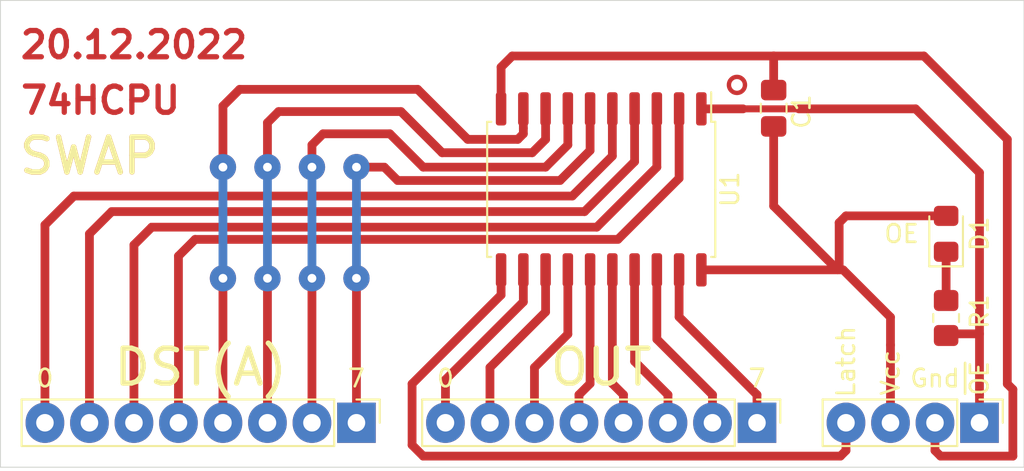
<source format=kicad_pcb>
(kicad_pcb (version 20171130) (host pcbnew "(5.1.8)-1")

  (general
    (thickness 1.6)
    (drawings 20)
    (tracks 132)
    (zones 0)
    (modules 7)
    (nets 22)
  )

  (page A4 portrait)
  (layers
    (0 F.Cu signal)
    (31 B.Cu signal)
    (32 B.Adhes user)
    (33 F.Adhes user)
    (34 B.Paste user)
    (35 F.Paste user)
    (36 B.SilkS user)
    (37 F.SilkS user)
    (38 B.Mask user)
    (39 F.Mask user)
    (40 Dwgs.User user)
    (41 Cmts.User user)
    (42 Eco1.User user)
    (43 Eco2.User user)
    (44 Edge.Cuts user)
    (45 Margin user)
    (46 B.CrtYd user)
    (47 F.CrtYd user)
    (48 B.Fab user)
    (49 F.Fab user)
  )

  (setup
    (last_trace_width 0.5)
    (user_trace_width 0.4)
    (user_trace_width 0.5)
    (user_trace_width 0.6)
    (user_trace_width 0.8)
    (trace_clearance 0.2)
    (zone_clearance 0.508)
    (zone_45_only no)
    (trace_min 0.2)
    (via_size 1.5)
    (via_drill 0.5)
    (via_min_size 0.4)
    (via_min_drill 0.3)
    (user_via 1.6 0.9)
    (uvia_size 0.3)
    (uvia_drill 0.1)
    (uvias_allowed no)
    (uvia_min_size 0.2)
    (uvia_min_drill 0.1)
    (edge_width 0.05)
    (segment_width 0.2)
    (pcb_text_width 0.3)
    (pcb_text_size 1.5 1.5)
    (mod_edge_width 0.12)
    (mod_text_size 1 1)
    (mod_text_width 0.15)
    (pad_size 1.6 1.6)
    (pad_drill 0.8)
    (pad_to_mask_clearance 0)
    (aux_axis_origin 0 0)
    (visible_elements 7FFFFFFF)
    (pcbplotparams
      (layerselection 0x00000_7fffffff)
      (usegerberextensions false)
      (usegerberattributes false)
      (usegerberadvancedattributes false)
      (creategerberjobfile false)
      (excludeedgelayer true)
      (linewidth 0.100000)
      (plotframeref false)
      (viasonmask false)
      (mode 1)
      (useauxorigin false)
      (hpglpennumber 1)
      (hpglpenspeed 20)
      (hpglpendiameter 15.000000)
      (psnegative true)
      (psa4output false)
      (plotreference true)
      (plotvalue true)
      (plotinvisibletext false)
      (padsonsilk false)
      (subtractmaskfromsilk false)
      (outputformat 4)
      (mirror true)
      (drillshape 1)
      (scaleselection 1)
      (outputdirectory "pdf/"))
  )

  (net 0 "")
  (net 1 "Net-(J3-Pad7)")
  (net 2 "Net-(J3-Pad6)")
  (net 3 "Net-(J3-Pad5)")
  (net 4 "Net-(J3-Pad4)")
  (net 5 "Net-(J3-Pad3)")
  (net 6 "Net-(J3-Pad2)")
  (net 7 VCC)
  (net 8 GND)
  (net 9 /A0)
  (net 10 /A7)
  (net 11 /OUT0)
  (net 12 /OUT7)
  (net 13 /Latch)
  (net 14 /~OE)
  (net 15 "Net-(D1-Pad1)")
  (net 16 /A1)
  (net 17 /A2)
  (net 18 /A3)
  (net 19 /A4)
  (net 20 /A5)
  (net 21 /A6)

  (net_class Default "This is the default net class."
    (clearance 0.2)
    (trace_width 0.4)
    (via_dia 1.5)
    (via_drill 0.5)
    (uvia_dia 0.3)
    (uvia_drill 0.1)
    (add_net /A0)
    (add_net /A1)
    (add_net /A2)
    (add_net /A3)
    (add_net /A4)
    (add_net /A5)
    (add_net /A6)
    (add_net /A7)
    (add_net /Latch)
    (add_net /OUT0)
    (add_net /OUT7)
    (add_net /~OE)
    (add_net GND)
    (add_net "Net-(D1-Pad1)")
    (add_net "Net-(J3-Pad2)")
    (add_net "Net-(J3-Pad3)")
    (add_net "Net-(J3-Pad4)")
    (add_net "Net-(J3-Pad5)")
    (add_net "Net-(J3-Pad6)")
    (add_net "Net-(J3-Pad7)")
    (add_net VCC)
  )

  (module Connector_PinHeader_2.54mm:PinHeader_1x04_P2.54mm_Vertical (layer F.Cu) (tedit 59FED5CC) (tstamp 5F500AA8)
    (at 139.7 64.135 270)
    (descr "Through hole straight pin header, 1x04, 2.54mm pitch, single row")
    (tags "Through hole pin header THT 1x04 2.54mm single row")
    (path /5F50268E)
    (fp_text reference J4 (at -1.905 -1.905 90) (layer F.SilkS) hide
      (effects (font (size 1 1) (thickness 0.15)))
    )
    (fp_text value Conn_01x04_Male (at 1.905 5.08 180) (layer F.Fab)
      (effects (font (size 1 1) (thickness 0.15)))
    )
    (fp_line (start -0.635 -1.27) (end 1.27 -1.27) (layer F.Fab) (width 0.1))
    (fp_line (start 1.27 -1.27) (end 1.27 8.89) (layer F.Fab) (width 0.1))
    (fp_line (start 1.27 8.89) (end -1.27 8.89) (layer F.Fab) (width 0.1))
    (fp_line (start -1.27 8.89) (end -1.27 -0.635) (layer F.Fab) (width 0.1))
    (fp_line (start -1.27 -0.635) (end -0.635 -1.27) (layer F.Fab) (width 0.1))
    (fp_line (start -1.33 8.95) (end 1.33 8.95) (layer F.SilkS) (width 0.12))
    (fp_line (start -1.33 1.27) (end -1.33 8.95) (layer F.SilkS) (width 0.12))
    (fp_line (start 1.33 1.27) (end 1.33 8.95) (layer F.SilkS) (width 0.12))
    (fp_line (start -1.33 1.27) (end 1.33 1.27) (layer F.SilkS) (width 0.12))
    (fp_line (start -1.33 0) (end -1.33 -1.33) (layer F.SilkS) (width 0.12))
    (fp_line (start -1.33 -1.33) (end 0 -1.33) (layer F.SilkS) (width 0.12))
    (fp_line (start -1.8 -1.8) (end -1.8 9.4) (layer F.CrtYd) (width 0.05))
    (fp_line (start -1.8 9.4) (end 1.8 9.4) (layer F.CrtYd) (width 0.05))
    (fp_line (start 1.8 9.4) (end 1.8 -1.8) (layer F.CrtYd) (width 0.05))
    (fp_line (start 1.8 -1.8) (end -1.8 -1.8) (layer F.CrtYd) (width 0.05))
    (fp_text user %R (at 0 3.81) (layer F.Fab)
      (effects (font (size 1 1) (thickness 0.15)))
    )
    (pad 4 thru_hole oval (at 0 7.62 270) (size 2.3 2.2) (drill 1) (layers *.Cu *.Mask)
      (net 13 /Latch))
    (pad 3 thru_hole oval (at 0 5.08 270) (size 2.3 2.2) (drill 1) (layers *.Cu *.Mask)
      (net 7 VCC))
    (pad 2 thru_hole oval (at 0 2.54 270) (size 2.3 2.2) (drill 1) (layers *.Cu *.Mask)
      (net 8 GND))
    (pad 1 thru_hole rect (at 0 0 270) (size 2.3 2.2) (drill 1) (layers *.Cu *.Mask)
      (net 14 /~OE))
    (model ${KISYS3DMOD}/Connector_PinHeader_2.54mm.3dshapes/PinHeader_1x04_P2.54mm_Vertical.wrl
      (at (xyz 0 0 0))
      (scale (xyz 1 1 1))
      (rotate (xyz 0 0 0))
    )
  )

  (module Connector_PinHeader_2.54mm:PinHeader_1x08_P2.54mm_Vertical (layer F.Cu) (tedit 59FED5CC) (tstamp 5F500A5B)
    (at 127 64.135 270)
    (descr "Through hole straight pin header, 1x08, 2.54mm pitch, single row")
    (tags "Through hole pin header THT 1x08 2.54mm single row")
    (path /5F502016)
    (fp_text reference J3 (at 0 -2.33 90) (layer F.SilkS) hide
      (effects (font (size 1 1) (thickness 0.15)))
    )
    (fp_text value Conn_01x08_Male (at 1.905 8.89 180) (layer F.Fab)
      (effects (font (size 1 1) (thickness 0.15)))
    )
    (fp_line (start -0.635 -1.27) (end 1.27 -1.27) (layer F.Fab) (width 0.1))
    (fp_line (start 1.27 -1.27) (end 1.27 19.05) (layer F.Fab) (width 0.1))
    (fp_line (start 1.27 19.05) (end -1.27 19.05) (layer F.Fab) (width 0.1))
    (fp_line (start -1.27 19.05) (end -1.27 -0.635) (layer F.Fab) (width 0.1))
    (fp_line (start -1.27 -0.635) (end -0.635 -1.27) (layer F.Fab) (width 0.1))
    (fp_line (start -1.33 19.11) (end 1.33 19.11) (layer F.SilkS) (width 0.12))
    (fp_line (start -1.33 1.27) (end -1.33 19.11) (layer F.SilkS) (width 0.12))
    (fp_line (start 1.33 1.27) (end 1.33 19.11) (layer F.SilkS) (width 0.12))
    (fp_line (start -1.33 1.27) (end 1.33 1.27) (layer F.SilkS) (width 0.12))
    (fp_line (start -1.33 0) (end -1.33 -1.33) (layer F.SilkS) (width 0.12))
    (fp_line (start -1.33 -1.33) (end 0 -1.33) (layer F.SilkS) (width 0.12))
    (fp_line (start -1.8 -1.8) (end -1.8 19.55) (layer F.CrtYd) (width 0.05))
    (fp_line (start -1.8 19.55) (end 1.8 19.55) (layer F.CrtYd) (width 0.05))
    (fp_line (start 1.8 19.55) (end 1.8 -1.8) (layer F.CrtYd) (width 0.05))
    (fp_line (start 1.8 -1.8) (end -1.8 -1.8) (layer F.CrtYd) (width 0.05))
    (fp_text user %R (at 0 8.89) (layer F.Fab)
      (effects (font (size 1 1) (thickness 0.15)))
    )
    (pad 8 thru_hole oval (at 0 17.78 270) (size 2.3 2.2) (drill 1) (layers *.Cu *.Mask)
      (net 11 /OUT0))
    (pad 7 thru_hole oval (at 0 15.24 270) (size 2.3 2.2) (drill 1) (layers *.Cu *.Mask)
      (net 1 "Net-(J3-Pad7)"))
    (pad 6 thru_hole oval (at 0 12.7 270) (size 2.3 2.2) (drill 1) (layers *.Cu *.Mask)
      (net 2 "Net-(J3-Pad6)"))
    (pad 5 thru_hole oval (at 0 10.16 270) (size 2.3 2.2) (drill 1) (layers *.Cu *.Mask)
      (net 3 "Net-(J3-Pad5)"))
    (pad 4 thru_hole oval (at 0 7.62 270) (size 2.3 2.2) (drill 1) (layers *.Cu *.Mask)
      (net 4 "Net-(J3-Pad4)"))
    (pad 3 thru_hole oval (at 0 5.08 270) (size 2.3 2.2) (drill 1) (layers *.Cu *.Mask)
      (net 5 "Net-(J3-Pad3)"))
    (pad 2 thru_hole oval (at 0 2.54 270) (size 2.3 2.2) (drill 1) (layers *.Cu *.Mask)
      (net 6 "Net-(J3-Pad2)"))
    (pad 1 thru_hole rect (at 0 0 270) (size 2.3 2.2) (drill 1) (layers *.Cu *.Mask)
      (net 12 /OUT7))
    (model ${KISYS3DMOD}/Connector_PinHeader_2.54mm.3dshapes/PinHeader_1x08_P2.54mm_Vertical.wrl
      (at (xyz 0 0 0))
      (scale (xyz 1 1 1))
      (rotate (xyz 0 0 0))
    )
  )

  (module Connector_PinHeader_2.54mm:PinHeader_1x08_P2.54mm_Vertical (layer F.Cu) (tedit 59FED5CC) (tstamp 5F5009DA)
    (at 104.14 64.135 270)
    (descr "Through hole straight pin header, 1x08, 2.54mm pitch, single row")
    (tags "Through hole pin header THT 1x08 2.54mm single row")
    (path /5F5016B1)
    (fp_text reference J2 (at 0 -2.33 90) (layer F.SilkS) hide
      (effects (font (size 1 1) (thickness 0.15)))
    )
    (fp_text value Conn_01x08_Male (at 1.905 8.89 180) (layer F.Fab)
      (effects (font (size 1 1) (thickness 0.15)))
    )
    (fp_line (start -0.635 -1.27) (end 1.27 -1.27) (layer F.Fab) (width 0.1))
    (fp_line (start 1.27 -1.27) (end 1.27 19.05) (layer F.Fab) (width 0.1))
    (fp_line (start 1.27 19.05) (end -1.27 19.05) (layer F.Fab) (width 0.1))
    (fp_line (start -1.27 19.05) (end -1.27 -0.635) (layer F.Fab) (width 0.1))
    (fp_line (start -1.27 -0.635) (end -0.635 -1.27) (layer F.Fab) (width 0.1))
    (fp_line (start -1.33 19.11) (end 1.33 19.11) (layer F.SilkS) (width 0.12))
    (fp_line (start -1.33 1.27) (end -1.33 19.11) (layer F.SilkS) (width 0.12))
    (fp_line (start 1.33 1.27) (end 1.33 19.11) (layer F.SilkS) (width 0.12))
    (fp_line (start -1.33 1.27) (end 1.33 1.27) (layer F.SilkS) (width 0.12))
    (fp_line (start -1.33 0) (end -1.33 -1.33) (layer F.SilkS) (width 0.12))
    (fp_line (start -1.33 -1.33) (end 0 -1.33) (layer F.SilkS) (width 0.12))
    (fp_line (start -1.8 -1.8) (end -1.8 19.55) (layer F.CrtYd) (width 0.05))
    (fp_line (start -1.8 19.55) (end 1.8 19.55) (layer F.CrtYd) (width 0.05))
    (fp_line (start 1.8 19.55) (end 1.8 -1.8) (layer F.CrtYd) (width 0.05))
    (fp_line (start 1.8 -1.8) (end -1.8 -1.8) (layer F.CrtYd) (width 0.05))
    (fp_text user %R (at 0 8.89) (layer F.Fab)
      (effects (font (size 1 1) (thickness 0.15)))
    )
    (pad 8 thru_hole oval (at 0 17.78 270) (size 2.3 2.2) (drill 1) (layers *.Cu *.Mask)
      (net 9 /A0))
    (pad 7 thru_hole oval (at 0 15.24 270) (size 2.3 2.2) (drill 1) (layers *.Cu *.Mask)
      (net 16 /A1))
    (pad 6 thru_hole oval (at 0 12.7 270) (size 2.3 2.2) (drill 1) (layers *.Cu *.Mask)
      (net 17 /A2))
    (pad 5 thru_hole oval (at 0 10.16 270) (size 2.3 2.2) (drill 1) (layers *.Cu *.Mask)
      (net 18 /A3))
    (pad 4 thru_hole oval (at 0 7.62 270) (size 2.3 2.2) (drill 1) (layers *.Cu *.Mask)
      (net 19 /A4))
    (pad 3 thru_hole oval (at 0 5.08 270) (size 2.3 2.2) (drill 1) (layers *.Cu *.Mask)
      (net 20 /A5))
    (pad 2 thru_hole oval (at 0 2.54 270) (size 2.3 2.2) (drill 1) (layers *.Cu *.Mask)
      (net 21 /A6))
    (pad 1 thru_hole rect (at 0 0 270) (size 2.3 2.2) (drill 1) (layers *.Cu *.Mask)
      (net 10 /A7))
    (model ${KISYS3DMOD}/Connector_PinHeader_2.54mm.3dshapes/PinHeader_1x08_P2.54mm_Vertical.wrl
      (at (xyz 0 0 0))
      (scale (xyz 1 1 1))
      (rotate (xyz 0 0 0))
    )
  )

  (module Package_SO:SOP-20_7.5x12.8mm_P1.27mm (layer F.Cu) (tedit 5F4D0A3D) (tstamp 62BBAC33)
    (at 118.11 50.8 270)
    (descr "SOP, 20 Pin (https://www.holtek.com/documents/10179/116723/sop20-300.pdf), generated with kicad-footprint-generator ipc_gullwing_generator.py")
    (tags "SOP SO")
    (path /5F510F59)
    (attr smd)
    (fp_text reference U1 (at 0 -7.35 90) (layer F.SilkS)
      (effects (font (size 1 1) (thickness 0.15)))
    )
    (fp_text value 74LS573 (at 0 7.35 90) (layer F.Fab)
      (effects (font (size 1 1) (thickness 0.15)))
    )
    (fp_line (start 5.8 -6.65) (end -5.8 -6.65) (layer F.CrtYd) (width 0.05))
    (fp_line (start 5.8 6.65) (end 5.8 -6.65) (layer F.CrtYd) (width 0.05))
    (fp_line (start -5.8 6.65) (end 5.8 6.65) (layer F.CrtYd) (width 0.05))
    (fp_line (start -5.8 -6.65) (end -5.8 6.65) (layer F.CrtYd) (width 0.05))
    (fp_line (start -3.75 -5.4) (end -2.75 -6.4) (layer F.Fab) (width 0.1))
    (fp_line (start -3.75 6.4) (end -3.75 -5.4) (layer F.Fab) (width 0.1))
    (fp_line (start 3.75 6.4) (end -3.75 6.4) (layer F.Fab) (width 0.1))
    (fp_line (start 3.75 -6.4) (end 3.75 6.4) (layer F.Fab) (width 0.1))
    (fp_line (start -2.75 -6.4) (end 3.75 -6.4) (layer F.Fab) (width 0.1))
    (fp_line (start -3.86 -6.275) (end -5.55 -6.275) (layer F.SilkS) (width 0.12))
    (fp_line (start -3.86 -6.51) (end -3.86 -6.275) (layer F.SilkS) (width 0.12))
    (fp_line (start 0 -6.51) (end -3.86 -6.51) (layer F.SilkS) (width 0.12))
    (fp_line (start 3.86 -6.51) (end 3.86 -6.275) (layer F.SilkS) (width 0.12))
    (fp_line (start 0 -6.51) (end 3.86 -6.51) (layer F.SilkS) (width 0.12))
    (fp_line (start -3.86 6.51) (end -3.86 6.275) (layer F.SilkS) (width 0.12))
    (fp_line (start 0 6.51) (end -3.86 6.51) (layer F.SilkS) (width 0.12))
    (fp_line (start 3.86 6.51) (end 3.86 6.275) (layer F.SilkS) (width 0.12))
    (fp_line (start 0 6.51) (end 3.86 6.51) (layer F.SilkS) (width 0.12))
    (fp_text user %R (at 0 0 90) (layer F.Fab)
      (effects (font (size 1 1) (thickness 0.15)))
    )
    (pad 1 smd roundrect (at -4.6 -5.715 270) (size 1.9 0.6) (layers F.Cu F.Paste F.Mask) (roundrect_rratio 0.25)
      (net 14 /~OE))
    (pad 2 smd roundrect (at -4.6 -4.445 270) (size 1.9 0.6) (layers F.Cu F.Paste F.Mask) (roundrect_rratio 0.25)
      (net 18 /A3))
    (pad 3 smd roundrect (at -4.6 -3.175 270) (size 1.9 0.6) (layers F.Cu F.Paste F.Mask) (roundrect_rratio 0.25)
      (net 17 /A2))
    (pad 4 smd roundrect (at -4.6 -1.905 270) (size 1.9 0.6) (layers F.Cu F.Paste F.Mask) (roundrect_rratio 0.25)
      (net 16 /A1))
    (pad 5 smd roundrect (at -4.6 -0.635 270) (size 1.9 0.6) (layers F.Cu F.Paste F.Mask) (roundrect_rratio 0.25)
      (net 9 /A0))
    (pad 6 smd roundrect (at -4.6 0.635 270) (size 1.9 0.6) (layers F.Cu F.Paste F.Mask) (roundrect_rratio 0.25)
      (net 10 /A7))
    (pad 7 smd roundrect (at -4.6 1.905 270) (size 1.9 0.6) (layers F.Cu F.Paste F.Mask) (roundrect_rratio 0.25)
      (net 21 /A6))
    (pad 8 smd roundrect (at -4.6 3.175 270) (size 1.9 0.6) (layers F.Cu F.Paste F.Mask) (roundrect_rratio 0.25)
      (net 20 /A5))
    (pad 9 smd roundrect (at -4.6 4.445 270) (size 1.9 0.6) (layers F.Cu F.Paste F.Mask) (roundrect_rratio 0.25)
      (net 19 /A4))
    (pad 10 smd roundrect (at -4.6 5.715 270) (size 1.9 0.6) (layers F.Cu F.Paste F.Mask) (roundrect_rratio 0.25)
      (net 8 GND))
    (pad 11 smd roundrect (at 4.6 5.715 270) (size 1.9 0.6) (layers F.Cu F.Paste F.Mask) (roundrect_rratio 0.25)
      (net 13 /Latch))
    (pad 12 smd roundrect (at 4.6 4.445 270) (size 1.9 0.6) (layers F.Cu F.Paste F.Mask) (roundrect_rratio 0.25)
      (net 11 /OUT0))
    (pad 13 smd roundrect (at 4.6 3.175 270) (size 1.9 0.6) (layers F.Cu F.Paste F.Mask) (roundrect_rratio 0.25)
      (net 1 "Net-(J3-Pad7)"))
    (pad 14 smd roundrect (at 4.6 1.905 270) (size 1.9 0.6) (layers F.Cu F.Paste F.Mask) (roundrect_rratio 0.25)
      (net 2 "Net-(J3-Pad6)"))
    (pad 15 smd roundrect (at 4.6 0.635 270) (size 1.9 0.6) (layers F.Cu F.Paste F.Mask) (roundrect_rratio 0.25)
      (net 3 "Net-(J3-Pad5)"))
    (pad 16 smd roundrect (at 4.6 -0.635 270) (size 1.9 0.6) (layers F.Cu F.Paste F.Mask) (roundrect_rratio 0.25)
      (net 4 "Net-(J3-Pad4)"))
    (pad 17 smd roundrect (at 4.6 -1.905 270) (size 1.9 0.6) (layers F.Cu F.Paste F.Mask) (roundrect_rratio 0.25)
      (net 5 "Net-(J3-Pad3)"))
    (pad 18 smd roundrect (at 4.6 -3.175 270) (size 1.9 0.6) (layers F.Cu F.Paste F.Mask) (roundrect_rratio 0.25)
      (net 6 "Net-(J3-Pad2)"))
    (pad 19 smd roundrect (at 4.6 -4.445 270) (size 1.9 0.6) (layers F.Cu F.Paste F.Mask) (roundrect_rratio 0.25)
      (net 12 /OUT7))
    (pad 20 smd roundrect (at 4.6 -5.715 270) (size 1.9 0.6) (layers F.Cu F.Paste F.Mask) (roundrect_rratio 0.25)
      (net 7 VCC))
    (model ${KISYS3DMOD}/Package_SO.3dshapes/SOP-20_7.5x12.8mm_P1.27mm.wrl
      (at (xyz 0 0 0))
      (scale (xyz 1 1 1))
      (rotate (xyz 0 0 0))
    )
  )

  (module Capacitor_SMD:C_0805_2012Metric_Pad1.18x1.45mm_HandSolder (layer F.Cu) (tedit 5F68FEEF) (tstamp 62BBDD98)
    (at 127.9525 46.1645 90)
    (descr "Capacitor SMD 0805 (2012 Metric), square (rectangular) end terminal, IPC_7351 nominal with elongated pad for handsoldering. (Body size source: IPC-SM-782 page 76, https://www.pcb-3d.com/wordpress/wp-content/uploads/ipc-sm-782a_amendment_1_and_2.pdf, https://docs.google.com/spreadsheets/d/1BsfQQcO9C6DZCsRaXUlFlo91Tg2WpOkGARC1WS5S8t0/edit?usp=sharing), generated with kicad-footprint-generator")
    (tags "capacitor handsolder")
    (path /5F50C05B)
    (attr smd)
    (fp_text reference C1 (at -0.1905 1.5875 90) (layer F.SilkS)
      (effects (font (size 1 1) (thickness 0.15)))
    )
    (fp_text value 0.1uF (at 0 1.68 90) (layer F.Fab)
      (effects (font (size 1 1) (thickness 0.15)))
    )
    (fp_line (start -1 0.625) (end -1 -0.625) (layer F.Fab) (width 0.1))
    (fp_line (start -1 -0.625) (end 1 -0.625) (layer F.Fab) (width 0.1))
    (fp_line (start 1 -0.625) (end 1 0.625) (layer F.Fab) (width 0.1))
    (fp_line (start 1 0.625) (end -1 0.625) (layer F.Fab) (width 0.1))
    (fp_line (start -0.261252 -0.735) (end 0.261252 -0.735) (layer F.SilkS) (width 0.12))
    (fp_line (start -0.261252 0.735) (end 0.261252 0.735) (layer F.SilkS) (width 0.12))
    (fp_line (start -1.88 0.98) (end -1.88 -0.98) (layer F.CrtYd) (width 0.05))
    (fp_line (start -1.88 -0.98) (end 1.88 -0.98) (layer F.CrtYd) (width 0.05))
    (fp_line (start 1.88 -0.98) (end 1.88 0.98) (layer F.CrtYd) (width 0.05))
    (fp_line (start 1.88 0.98) (end -1.88 0.98) (layer F.CrtYd) (width 0.05))
    (fp_text user %R (at 0 0 90) (layer F.Fab)
      (effects (font (size 0.5 0.5) (thickness 0.08)))
    )
    (pad 1 smd roundrect (at -1.0375 0 90) (size 1.175 1.45) (layers F.Cu F.Paste F.Mask) (roundrect_rratio 0.2127659574468085)
      (net 7 VCC))
    (pad 2 smd roundrect (at 1.0375 0 90) (size 1.175 1.45) (layers F.Cu F.Paste F.Mask) (roundrect_rratio 0.2127659574468085)
      (net 8 GND))
    (model ${KISYS3DMOD}/Capacitor_SMD.3dshapes/C_0805_2012Metric.wrl
      (at (xyz 0 0 0))
      (scale (xyz 1 1 1))
      (rotate (xyz 0 0 0))
    )
  )

  (module LED_SMD:LED_0805_2012Metric_Pad1.15x1.40mm_HandSolder (layer F.Cu) (tedit 5F68FEF1) (tstamp 6342C3B5)
    (at 137.795 53.34 90)
    (descr "LED SMD 0805 (2012 Metric), square (rectangular) end terminal, IPC_7351 nominal, (Body size source: https://docs.google.com/spreadsheets/d/1BsfQQcO9C6DZCsRaXUlFlo91Tg2WpOkGARC1WS5S8t0/edit?usp=sharing), generated with kicad-footprint-generator")
    (tags "LED handsolder")
    (path /63459271)
    (attr smd)
    (fp_text reference D1 (at 0 1.905 90) (layer F.SilkS)
      (effects (font (size 1 1) (thickness 0.15)))
    )
    (fp_text value LED (at 0 1.65 90) (layer F.Fab)
      (effects (font (size 1 1) (thickness 0.15)))
    )
    (fp_line (start 1 -0.6) (end -0.7 -0.6) (layer F.Fab) (width 0.1))
    (fp_line (start -0.7 -0.6) (end -1 -0.3) (layer F.Fab) (width 0.1))
    (fp_line (start -1 -0.3) (end -1 0.6) (layer F.Fab) (width 0.1))
    (fp_line (start -1 0.6) (end 1 0.6) (layer F.Fab) (width 0.1))
    (fp_line (start 1 0.6) (end 1 -0.6) (layer F.Fab) (width 0.1))
    (fp_line (start 1 -0.96) (end -1.86 -0.96) (layer F.SilkS) (width 0.12))
    (fp_line (start -1.86 -0.96) (end -1.86 0.96) (layer F.SilkS) (width 0.12))
    (fp_line (start -1.86 0.96) (end 1 0.96) (layer F.SilkS) (width 0.12))
    (fp_line (start -1.85 0.95) (end -1.85 -0.95) (layer F.CrtYd) (width 0.05))
    (fp_line (start -1.85 -0.95) (end 1.85 -0.95) (layer F.CrtYd) (width 0.05))
    (fp_line (start 1.85 -0.95) (end 1.85 0.95) (layer F.CrtYd) (width 0.05))
    (fp_line (start 1.85 0.95) (end -1.85 0.95) (layer F.CrtYd) (width 0.05))
    (fp_text user %R (at 0 0 90) (layer F.Fab)
      (effects (font (size 0.5 0.5) (thickness 0.08)))
    )
    (pad 1 smd roundrect (at -1.025 0 90) (size 1.15 1.4) (layers F.Cu F.Paste F.Mask) (roundrect_rratio 0.2173904347826087)
      (net 15 "Net-(D1-Pad1)"))
    (pad 2 smd roundrect (at 1.025 0 90) (size 1.15 1.4) (layers F.Cu F.Paste F.Mask) (roundrect_rratio 0.2173904347826087)
      (net 7 VCC))
    (model ${KISYS3DMOD}/LED_SMD.3dshapes/LED_0805_2012Metric.wrl
      (at (xyz 0 0 0))
      (scale (xyz 1 1 1))
      (rotate (xyz 0 0 0))
    )
  )

  (module Resistor_SMD:R_0805_2012Metric_Pad1.20x1.40mm_HandSolder (layer F.Cu) (tedit 5F68FEEE) (tstamp 6342C3C6)
    (at 137.795 58.15 270)
    (descr "Resistor SMD 0805 (2012 Metric), square (rectangular) end terminal, IPC_7351 nominal with elongated pad for handsoldering. (Body size source: IPC-SM-782 page 72, https://www.pcb-3d.com/wordpress/wp-content/uploads/ipc-sm-782a_amendment_1_and_2.pdf), generated with kicad-footprint-generator")
    (tags "resistor handsolder")
    (path /63459C8B)
    (attr smd)
    (fp_text reference R1 (at -0.365 -1.905 90) (layer F.SilkS)
      (effects (font (size 1 1) (thickness 0.15)))
    )
    (fp_text value 1k (at 0 1.65 90) (layer F.Fab)
      (effects (font (size 1 1) (thickness 0.15)))
    )
    (fp_line (start -1 0.625) (end -1 -0.625) (layer F.Fab) (width 0.1))
    (fp_line (start -1 -0.625) (end 1 -0.625) (layer F.Fab) (width 0.1))
    (fp_line (start 1 -0.625) (end 1 0.625) (layer F.Fab) (width 0.1))
    (fp_line (start 1 0.625) (end -1 0.625) (layer F.Fab) (width 0.1))
    (fp_line (start -0.227064 -0.735) (end 0.227064 -0.735) (layer F.SilkS) (width 0.12))
    (fp_line (start -0.227064 0.735) (end 0.227064 0.735) (layer F.SilkS) (width 0.12))
    (fp_line (start -1.85 0.95) (end -1.85 -0.95) (layer F.CrtYd) (width 0.05))
    (fp_line (start -1.85 -0.95) (end 1.85 -0.95) (layer F.CrtYd) (width 0.05))
    (fp_line (start 1.85 -0.95) (end 1.85 0.95) (layer F.CrtYd) (width 0.05))
    (fp_line (start 1.85 0.95) (end -1.85 0.95) (layer F.CrtYd) (width 0.05))
    (fp_text user %R (at 0 0 90) (layer F.Fab)
      (effects (font (size 0.5 0.5) (thickness 0.08)))
    )
    (pad 1 smd roundrect (at -1 0 270) (size 1.2 1.4) (layers F.Cu F.Paste F.Mask) (roundrect_rratio 0.2083325)
      (net 15 "Net-(D1-Pad1)"))
    (pad 2 smd roundrect (at 1 0 270) (size 1.2 1.4) (layers F.Cu F.Paste F.Mask) (roundrect_rratio 0.2083325)
      (net 14 /~OE))
    (model ${KISYS3DMOD}/Resistor_SMD.3dshapes/R_0805_2012Metric.wrl
      (at (xyz 0 0 0))
      (scale (xyz 1 1 1))
      (rotate (xyz 0 0 0))
    )
  )

  (gr_text SWAP (at 88.9 48.895) (layer F.SilkS) (tstamp 639A3289)
    (effects (font (size 2 2) (thickness 0.3)))
  )
  (gr_text SWAP (at 88.9 48.895) (layer F.Cu)
    (effects (font (size 2 2) (thickness 0.3)))
  )
  (gr_text OE (at 135.255 53.34) (layer F.SilkS)
    (effects (font (size 1 1) (thickness 0.15)))
  )
  (gr_text Gnd (at 137.16 61.595) (layer F.SilkS)
    (effects (font (size 1 1) (thickness 0.15)))
  )
  (gr_text Vcc (at 134.62 61.2775 90) (layer F.SilkS)
    (effects (font (size 1 1) (thickness 0.15)))
  )
  (gr_text ~OE (at 139.7 61.595 90) (layer F.SilkS)
    (effects (font (size 1 1) (thickness 0.15)))
  )
  (gr_text Latch (at 132.08 60.6425 90) (layer F.SilkS)
    (effects (font (size 1 1) (thickness 0.15)))
  )
  (gr_text 7 (at 127 61.595) (layer F.SilkS)
    (effects (font (size 1 1) (thickness 0.15)))
  )
  (gr_text 0 (at 109.22 61.595) (layer F.SilkS)
    (effects (font (size 1 1) (thickness 0.15)))
  )
  (gr_text 7 (at 104.14 61.595) (layer F.SilkS)
    (effects (font (size 1 1) (thickness 0.15)))
  )
  (gr_text 0 (at 86.36 61.595) (layer F.SilkS)
    (effects (font (size 1 1) (thickness 0.15)))
  )
  (gr_text OUT (at 118.11 60.96) (layer F.SilkS) (tstamp 6342D1BC)
    (effects (font (size 2 2) (thickness 0.3)))
  )
  (gr_text "DST(A)" (at 95.25 60.96) (layer F.SilkS)
    (effects (font (size 2 2) (thickness 0.3)))
  )
  (gr_text 20.12.2022 (at 91.44 42.545) (layer F.Cu)
    (effects (font (size 1.5 1.5) (thickness 0.3)))
  )
  (gr_text 74HCPU (at 89.535 45.72) (layer F.Cu)
    (effects (font (size 1.5 1.5) (thickness 0.3)))
  )
  (gr_circle (center 125.857 44.831) (end 126.314905 44.831) (layer F.Cu) (width 0.25))
  (gr_line (start 83.82 40.005) (end 83.82 66.675) (layer Edge.Cuts) (width 0.05) (tstamp 5F5024F4))
  (gr_line (start 142.24 40.005) (end 83.82 40.005) (layer Edge.Cuts) (width 0.05))
  (gr_line (start 142.24 66.675) (end 142.24 40.005) (layer Edge.Cuts) (width 0.05))
  (gr_line (start 83.82 66.675) (end 142.24 66.675) (layer Edge.Cuts) (width 0.05))

  (segment (start 114.935 55.4) (end 114.935 57.8024) (width 0.5) (layer F.Cu) (net 1) (status 10))
  (segment (start 114.935 57.8024) (end 111.76 60.9774) (width 0.5) (layer F.Cu) (net 1))
  (segment (start 111.76 60.9774) (end 111.76 64.135) (width 0.5) (layer F.Cu) (net 1) (status 20))
  (segment (start 116.205 55.4) (end 116.205 59.0724) (width 0.5) (layer F.Cu) (net 2) (status 10))
  (segment (start 116.205 59.0724) (end 114.3 60.9774) (width 0.5) (layer F.Cu) (net 2))
  (segment (start 114.3 60.9774) (end 114.3 64.135) (width 0.5) (layer F.Cu) (net 2) (status 20))
  (segment (start 116.84 64.135) (end 116.84 62.535) (width 0.5) (layer F.Cu) (net 3) (status 10))
  (segment (start 117.475 55.4) (end 117.475 61.9) (width 0.5) (layer F.Cu) (net 3) (status 10))
  (segment (start 117.475 61.9) (end 116.84 62.535) (width 0.5) (layer F.Cu) (net 3))
  (segment (start 119.38 64.135) (end 119.38 62.535) (width 0.5) (layer F.Cu) (net 4) (status 10))
  (segment (start 118.745 55.4) (end 118.745 61.9) (width 0.5) (layer F.Cu) (net 4) (status 10))
  (segment (start 118.745 61.9) (end 119.38 62.535) (width 0.5) (layer F.Cu) (net 4))
  (segment (start 121.92 64.135) (end 121.92 62.535) (width 0.5) (layer F.Cu) (net 5) (status 10))
  (segment (start 120.015 55.4) (end 120.015 60.63) (width 0.5) (layer F.Cu) (net 5) (status 10))
  (segment (start 120.015 60.63) (end 121.92 62.535) (width 0.5) (layer F.Cu) (net 5))
  (segment (start 124.46 64.135) (end 124.46 62.535) (width 0.5) (layer F.Cu) (net 6) (status 10))
  (segment (start 121.285 55.4) (end 121.285 59.36) (width 0.5) (layer F.Cu) (net 6) (status 10))
  (segment (start 121.285 59.36) (end 124.46 62.535) (width 0.5) (layer F.Cu) (net 6))
  (segment (start 134.62 59.69) (end 134.62 64.135) (width 0.5) (layer F.Cu) (net 7) (status 20))
  (segment (start 134.62 58.1025) (end 134.62 59.69) (width 0.5) (layer F.Cu) (net 7) (status 10))
  (segment (start 131.9175 55.4) (end 134.62 58.1025) (width 0.5) (layer F.Cu) (net 7) (status 20))
  (segment (start 131.6 55.4) (end 131.9175 55.4) (width 0.5) (layer F.Cu) (net 7))
  (segment (start 123.825 55.4) (end 131.6 55.4) (width 0.5) (layer F.Cu) (net 7) (status 10))
  (segment (start 131.69 55.31) (end 131.6 55.4) (width 0.5) (layer F.Cu) (net 7))
  (segment (start 131.69 52.705) (end 131.69 55.31) (width 0.5) (layer F.Cu) (net 7) (status 10))
  (segment (start 127.9525 47.202) (end 127.9525 51.7525) (width 0.5) (layer F.Cu) (net 7))
  (segment (start 127.9525 51.7525) (end 131.445 55.245) (width 0.5) (layer F.Cu) (net 7))
  (segment (start 132.08 52.315) (end 131.69 52.705) (width 0.5) (layer F.Cu) (net 7))
  (segment (start 137.795 52.315) (end 132.08 52.315) (width 0.5) (layer F.Cu) (net 7))
  (segment (start 137.16 65.7225) (end 137.16 64.135) (width 0.5) (layer F.Cu) (net 8))
  (segment (start 137.4775 66.04) (end 137.16 65.7225) (width 0.5) (layer F.Cu) (net 8))
  (segment (start 141.605 66.04) (end 137.4775 66.04) (width 0.5) (layer F.Cu) (net 8))
  (segment (start 141.605 62.23) (end 141.605 66.04) (width 0.5) (layer F.Cu) (net 8))
  (segment (start 141.2875 61.9125) (end 141.605 62.23) (width 0.5) (layer F.Cu) (net 8))
  (segment (start 141.2875 47.9425) (end 141.2875 61.9125) (width 0.5) (layer F.Cu) (net 8))
  (segment (start 136.525 43.18) (end 141.2875 47.9425) (width 0.5) (layer F.Cu) (net 8))
  (segment (start 112.395 43.815) (end 113.03 43.18) (width 0.5) (layer F.Cu) (net 8))
  (segment (start 112.395 46.2) (end 112.395 43.815) (width 0.5) (layer F.Cu) (net 8))
  (segment (start 127.9525 45.127) (end 127.9525 43.18) (width 0.5) (layer F.Cu) (net 8))
  (segment (start 127.9525 43.18) (end 136.525 43.18) (width 0.5) (layer F.Cu) (net 8))
  (segment (start 113.03 43.18) (end 127.9525 43.18) (width 0.5) (layer F.Cu) (net 8))
  (segment (start 118.745 48.895) (end 116.459 51.181) (width 0.5) (layer F.Cu) (net 9))
  (segment (start 118.745 46.2) (end 118.745 48.895) (width 0.5) (layer F.Cu) (net 9))
  (segment (start 86.36 52.832) (end 88.011 51.181) (width 0.5) (layer F.Cu) (net 9))
  (segment (start 86.36 64.135) (end 86.36 52.832) (width 0.5) (layer F.Cu) (net 9))
  (segment (start 116.459 51.181) (end 88.011 51.181) (width 0.5) (layer F.Cu) (net 9))
  (segment (start 117.475 48.5775) (end 117.475 46.2) (width 0.5) (layer F.Cu) (net 10))
  (segment (start 115.7605 50.292) (end 117.475 48.5775) (width 0.5) (layer F.Cu) (net 10))
  (segment (start 104.14 64.135) (end 104.14 55.88) (width 0.5) (layer F.Cu) (net 10))
  (segment (start 104.14 55.88) (end 104.14 55.88) (width 0.5) (layer F.Cu) (net 10) (tstamp 63A1FCB1))
  (via (at 104.14 55.88) (size 1.5) (drill 0.5) (layers F.Cu B.Cu) (net 10))
  (segment (start 104.14 55.88) (end 104.14 49.53) (width 0.5) (layer B.Cu) (net 10))
  (via (at 104.14 49.53) (size 1.5) (drill 0.5) (layers F.Cu B.Cu) (net 10))
  (segment (start 105.7275 49.53) (end 106.4895 50.292) (width 0.5) (layer F.Cu) (net 10))
  (segment (start 104.14 49.53) (end 105.7275 49.53) (width 0.5) (layer F.Cu) (net 10))
  (segment (start 115.7605 50.292) (end 106.4895 50.292) (width 0.5) (layer F.Cu) (net 10))
  (segment (start 113.665 55.4) (end 113.665 57.2286) (width 0.5) (layer F.Cu) (net 11) (status 10))
  (segment (start 113.665 57.2286) (end 109.22 61.6736) (width 0.5) (layer F.Cu) (net 11))
  (segment (start 109.22 61.6736) (end 109.22 64.135) (width 0.5) (layer F.Cu) (net 11) (status 20))
  (segment (start 127 64.135) (end 127 62.535) (width 0.5) (layer F.Cu) (net 12) (status 10))
  (segment (start 122.555 55.4) (end 122.555 58.09) (width 0.5) (layer F.Cu) (net 12) (status 10))
  (segment (start 122.555 58.09) (end 127 62.535) (width 0.5) (layer F.Cu) (net 12))
  (segment (start 132.08 65.405) (end 132.08 64.135) (width 0.5) (layer F.Cu) (net 13) (status 20))
  (segment (start 132.08 65.7225) (end 132.08 65.405) (width 0.5) (layer F.Cu) (net 13))
  (segment (start 131.7625 66.04) (end 132.08 65.7225) (width 0.5) (layer F.Cu) (net 13))
  (segment (start 112.395 55.4) (end 112.395 56.8325) (width 0.5) (layer F.Cu) (net 13) (status 10))
  (segment (start 112.395 56.8325) (end 107.315 61.9125) (width 0.5) (layer F.Cu) (net 13))
  (segment (start 107.315 65.405) (end 107.95 66.04) (width 0.5) (layer F.Cu) (net 13))
  (segment (start 107.95 66.04) (end 131.7625 66.04) (width 0.5) (layer F.Cu) (net 13))
  (segment (start 107.315 61.9125) (end 107.315 65.405) (width 0.5) (layer F.Cu) (net 13))
  (segment (start 139.7 62.535) (end 139.7 64.135) (width 0.5) (layer F.Cu) (net 14) (status 20))
  (segment (start 136.0525 46.2) (end 139.7 49.8475) (width 0.5) (layer F.Cu) (net 14))
  (segment (start 138.16 59.055) (end 139.7 59.055) (width 0.5) (layer F.Cu) (net 14) (status 10))
  (segment (start 139.7 52.705) (end 139.7 62.535) (width 0.5) (layer F.Cu) (net 14))
  (segment (start 139.7 49.8475) (end 139.7 52.705) (width 0.5) (layer F.Cu) (net 14))
  (segment (start 136.0525 46.2) (end 129.385 46.2) (width 0.5) (layer F.Cu) (net 14))
  (segment (start 129.385 46.2) (end 126.21 46.2) (width 0.4) (layer F.Cu) (net 14))
  (segment (start 126.21 46.2) (end 123.825 46.2) (width 0.5) (layer F.Cu) (net 14))
  (segment (start 137.795 54.365) (end 137.795 57.15) (width 0.5) (layer F.Cu) (net 15))
  (segment (start 120.015 49.2125) (end 117.1575 52.07) (width 0.5) (layer F.Cu) (net 16))
  (segment (start 120.015 46.2) (end 120.015 49.2125) (width 0.5) (layer F.Cu) (net 16))
  (segment (start 88.9 64.135) (end 88.9 53.34) (width 0.5) (layer F.Cu) (net 16))
  (segment (start 88.9 53.34) (end 90.17 52.07) (width 0.5) (layer F.Cu) (net 16))
  (segment (start 117.1575 52.07) (end 90.17 52.07) (width 0.5) (layer F.Cu) (net 16))
  (segment (start 121.285 46.2) (end 121.285 45.6417) (width 0.5) (layer F.Cu) (net 17) (status 30))
  (segment (start 121.285 49.53) (end 117.85751 52.95749) (width 0.5) (layer F.Cu) (net 17))
  (segment (start 121.285 46.2) (end 121.285 49.53) (width 0.5) (layer F.Cu) (net 17))
  (segment (start 91.44 53.975) (end 92.45751 52.95749) (width 0.5) (layer F.Cu) (net 17))
  (segment (start 91.44 64.135) (end 91.44 53.975) (width 0.5) (layer F.Cu) (net 17))
  (segment (start 117.85751 52.95749) (end 92.45751 52.95749) (width 0.5) (layer F.Cu) (net 17))
  (segment (start 122.555 50.165) (end 119.0625 53.6575) (width 0.5) (layer F.Cu) (net 18))
  (segment (start 122.555 46.2) (end 122.555 50.165) (width 0.5) (layer F.Cu) (net 18))
  (segment (start 93.98 54.61) (end 94.9325 53.6575) (width 0.5) (layer F.Cu) (net 18))
  (segment (start 119.0625 53.6575) (end 94.9325 53.6575) (width 0.5) (layer F.Cu) (net 18))
  (segment (start 93.98 64.135) (end 93.98 54.61) (width 0.5) (layer F.Cu) (net 18))
  (segment (start 96.52 64.135) (end 96.52 55.88) (width 0.5) (layer F.Cu) (net 19))
  (segment (start 96.52 55.88) (end 96.52 55.88) (width 0.5) (layer F.Cu) (net 19) (tstamp 63A1FCAB))
  (via (at 96.52 55.88) (size 1.5) (drill 0.5) (layers F.Cu B.Cu) (net 19))
  (segment (start 96.52 55.88) (end 96.52 49.53) (width 0.5) (layer B.Cu) (net 19))
  (via (at 96.52 49.53) (size 1.5) (drill 0.5) (layers F.Cu B.Cu) (net 19))
  (segment (start 113.665 47.3075) (end 113.665 46.2) (width 0.5) (layer F.Cu) (net 19))
  (segment (start 113.665 47.625) (end 113.665 47.3075) (width 0.5) (layer F.Cu) (net 19))
  (segment (start 113.3475 47.9425) (end 113.665 47.625) (width 0.5) (layer F.Cu) (net 19))
  (segment (start 110.49 47.9425) (end 113.3475 47.9425) (width 0.5) (layer F.Cu) (net 19))
  (segment (start 107.6325 45.085) (end 110.49 47.9425) (width 0.5) (layer F.Cu) (net 19))
  (segment (start 97.4725 45.085) (end 107.6325 45.085) (width 0.5) (layer F.Cu) (net 19))
  (segment (start 96.52 46.0375) (end 97.4725 45.085) (width 0.5) (layer F.Cu) (net 19))
  (segment (start 96.52 49.53) (end 96.52 46.0375) (width 0.5) (layer F.Cu) (net 19))
  (segment (start 99.06 64.135) (end 99.06 55.88) (width 0.5) (layer F.Cu) (net 20))
  (segment (start 99.06 55.88) (end 99.06 55.88) (width 0.5) (layer F.Cu) (net 20) (tstamp 63A1FCAD))
  (via (at 99.06 55.88) (size 1.5) (drill 0.5) (layers F.Cu B.Cu) (net 20))
  (segment (start 99.06 55.88) (end 99.06 49.53) (width 0.5) (layer B.Cu) (net 20))
  (via (at 99.06 49.53) (size 1.5) (drill 0.5) (layers F.Cu B.Cu) (net 20))
  (segment (start 99.06 46.99) (end 99.06 49.53) (width 0.5) (layer F.Cu) (net 20))
  (segment (start 106.68 46.355) (end 99.695 46.355) (width 0.5) (layer F.Cu) (net 20))
  (segment (start 109.031008 48.706008) (end 106.68 46.355) (width 0.5) (layer F.Cu) (net 20))
  (segment (start 114.171492 48.706008) (end 109.031008 48.706008) (width 0.5) (layer F.Cu) (net 20))
  (segment (start 99.695 46.355) (end 99.06 46.99) (width 0.5) (layer F.Cu) (net 20))
  (segment (start 114.935 47.9425) (end 114.171492 48.706008) (width 0.5) (layer F.Cu) (net 20))
  (segment (start 114.935 46.2) (end 114.935 47.9425) (width 0.5) (layer F.Cu) (net 20))
  (segment (start 116.205 48.26) (end 114.935 49.53) (width 0.5) (layer F.Cu) (net 21))
  (segment (start 116.205 46.2) (end 116.205 48.26) (width 0.5) (layer F.Cu) (net 21))
  (segment (start 101.6 64.135) (end 101.6 55.88) (width 0.5) (layer F.Cu) (net 21))
  (segment (start 101.6 55.88) (end 101.6 55.88) (width 0.5) (layer F.Cu) (net 21) (tstamp 63A1FCAF))
  (via (at 101.6 55.88) (size 1.5) (drill 0.5) (layers F.Cu B.Cu) (net 21))
  (segment (start 101.6 55.88) (end 101.6 49.53) (width 0.5) (layer B.Cu) (net 21))
  (via (at 101.6 49.53) (size 1.5) (drill 0.5) (layers F.Cu B.Cu) (net 21))
  (segment (start 114.935 49.53) (end 107.95 49.53) (width 0.5) (layer F.Cu) (net 21))
  (segment (start 107.95 49.53) (end 106.045 47.625) (width 0.5) (layer F.Cu) (net 21))
  (segment (start 106.045 47.625) (end 102.235 47.625) (width 0.5) (layer F.Cu) (net 21))
  (segment (start 101.6 48.26) (end 101.6 49.53) (width 0.5) (layer F.Cu) (net 21))
  (segment (start 102.235 47.625) (end 101.6 48.26) (width 0.5) (layer F.Cu) (net 21))

)

</source>
